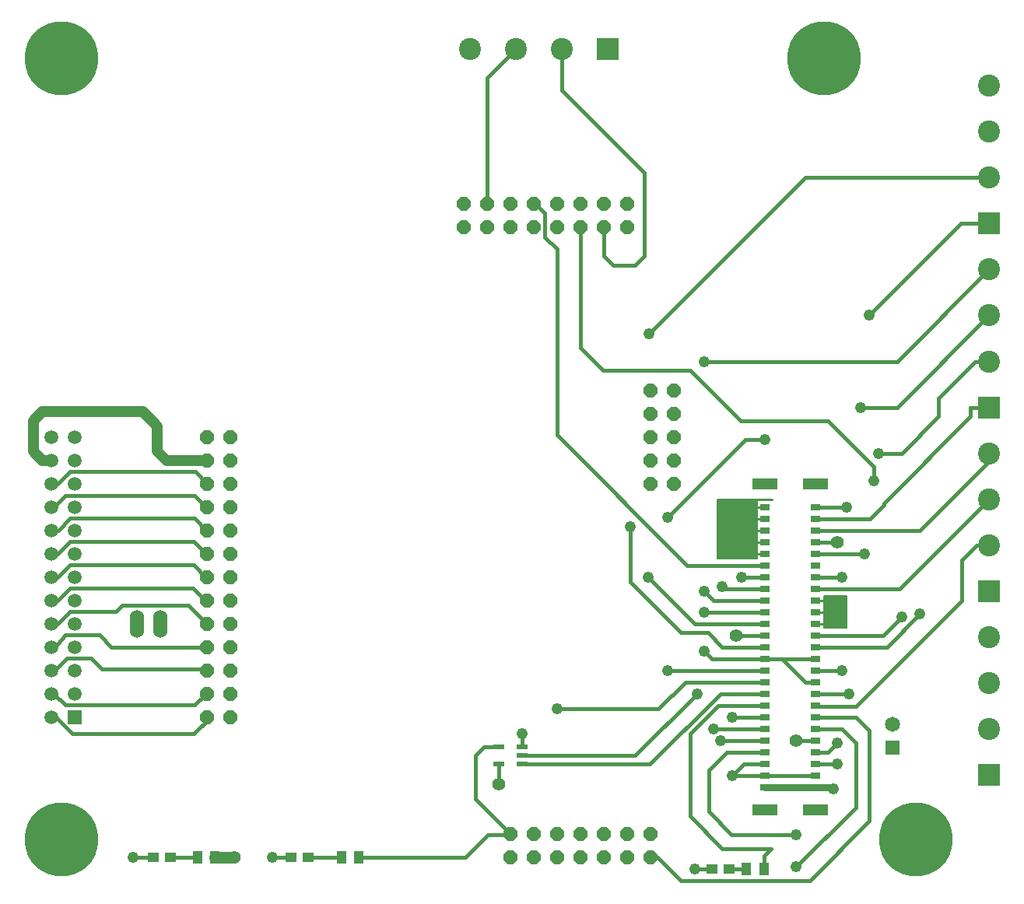
<source format=gtl>
G04 EasyPC Gerber Version 21.0.3 Build 4286 *
%FSLAX35Y35*%
%MOIN*%
%AMT117*0 Octagon Pad at angle 0*4,1,8,-0.01243,-0.03000,0.01243,-0.03000,0.03000,-0.01243,0.03000,0.01243,0.01243,0.03000,-0.01243,0.03000,-0.03000,0.01243,-0.03000,-0.01243,-0.01243,-0.03000,0*%
%ADD117T117*%
%ADD116O,0.06000X0.12000*%
%ADD26R,0.03937X0.05709*%
%ADD119R,0.05906X0.05906*%
%ADD24R,0.06496X0.06496*%
%ADD120R,0.09449X0.09449*%
%ADD13C,0.00500*%
%ADD14C,0.01000*%
%ADD73C,0.01500*%
%ADD15C,0.01575*%
%ADD76C,0.03150*%
%ADD123C,0.04724*%
%ADD72C,0.04800*%
%ADD122C,0.05000*%
%ADD121C,0.05600*%
%ADD74C,0.05906*%
%ADD25C,0.06496*%
%ADD20C,0.09449*%
%ADD118R,0.04921X0.01969*%
%ADD114R,0.04331X0.03150*%
%ADD28R,0.04724X0.04134*%
%ADD115R,0.10630X0.04724*%
%ADD113C,0.31496*%
X0Y0D02*
D02*
D13*
X309108Y173557D02*
Y147967D01*
X326008*
Y173075*
X332730*
Y173557*
X309108*
G36*
Y147967*
X326008*
Y173075*
X332730*
Y173557*
X309108*
G37*
X354492Y118439D02*
X364226D01*
Y132219*
X354492*
Y118439*
G36*
X364226*
Y132219*
X354492*
Y118439*
G37*
D02*
D14*
X311702Y152528D02*
X310287Y151114D01*
X311702Y155216D02*
X310287Y156630D01*
X311702Y160402D02*
X310287Y158988D01*
X311702Y163090D02*
X310287Y164504D01*
X311702Y168276D02*
X310287Y166862D01*
X311702Y170964D02*
X310287Y172378D01*
X314389Y152528D02*
X315803Y151114D01*
X314389Y155216D02*
X315803Y156630D01*
X314389Y160402D02*
X315803Y158988D01*
X314389Y163090D02*
X315803Y164504D01*
X314389Y168276D02*
X315803Y166862D01*
X314389Y170964D02*
X315803Y172378D01*
X327758Y150250D02*
X325758D01*
X327758Y155250D02*
X325758D01*
X327758Y160250D02*
X325758D01*
X327758Y165250D02*
X325758D01*
X327758Y170250D02*
X325758D01*
X352742Y120250D02*
X354742D01*
X352742Y125250D02*
X354742D01*
X352742Y130250D02*
X354742D01*
X358946Y121032D02*
X357531Y119618D01*
X358946Y123720D02*
X357531Y125134D01*
X358946Y126938D02*
X357531Y125524D01*
X358946Y129625D02*
X357531Y131039D01*
X361633Y121032D02*
X363047Y119618D01*
X361633Y123720D02*
X363047Y125134D01*
X361633Y126938D02*
X363047Y125524D01*
X361633Y129625D02*
X363047Y131039D01*
D02*
D15*
X215329Y59974D02*
Y51510D01*
X329423Y115250D02*
X316982D01*
X351077Y70250D02*
X342770D01*
X351077Y155250D02*
X360289D01*
D02*
D20*
X202809Y366470D03*
X222494D03*
X242179D03*
X425250Y75132D03*
Y94817D03*
Y114502D03*
Y153872D03*
Y173557D03*
Y193242D03*
Y232612D03*
Y252297D03*
Y271982D03*
Y311352D03*
Y331037D03*
Y350722D03*
D02*
D24*
X384108Y67179D03*
D02*
D25*
Y77179D03*
D02*
D26*
X86274Y20014D03*
X93754D03*
X147888D03*
X155368D03*
X321313Y15250D03*
X328793D03*
D02*
D28*
X67179Y20014D03*
X74659D03*
X126234D03*
X133715D03*
X306510Y15250D03*
X313990D03*
D02*
D72*
X58518Y20014D03*
X118163D03*
X225171Y73163D03*
X240250Y83715D03*
X271707Y161746D03*
X279423Y140093D03*
X279581Y244423D03*
X287455Y100250D03*
Y165683D03*
X299266Y15250D03*
X300250Y90250D03*
X303203Y125250D03*
Y134187D03*
Y232612D03*
X303400Y108518D03*
X307140Y75250D03*
X310250Y70250D03*
X311077Y136156D03*
X315250Y55250D03*
Y80250D03*
X319148Y140250D03*
X329423Y199148D03*
X342573Y29856D03*
X342770Y15998D03*
X358518Y49463D03*
X360289Y60250D03*
Y69226D03*
X362258Y100250D03*
Y140250D03*
X364423Y170250D03*
X365250Y90250D03*
X370132Y212927D03*
X372100Y150250D03*
X374069Y252297D03*
X376037Y181431D03*
X378006Y193242D03*
X387848Y123124D03*
X395722Y124344D03*
D02*
D73*
X23518Y80250D02*
X25644D01*
X32730Y73163*
X84699*
X91785Y80250*
X90250*
X23518Y90250D02*
X24699D01*
X29581Y85368*
X84974*
X89856Y90250*
X90250*
X23518Y120250D02*
X26274D01*
X31549Y125526*
X51234*
X53990Y128281*
X82219*
X90250Y120250*
X23518Y130250D02*
X26431D01*
X31549Y135368*
X84344*
X89463Y130250*
X90250*
X23518Y140250D02*
X26352D01*
X31549Y145447*
X84502*
X89699Y140250*
X90250*
X23518Y150250D02*
X26352D01*
X31549Y155447*
X84659*
X89856Y150250*
X90250*
X23518Y160250D02*
X26510D01*
X31549Y165289*
X84817*
X89856Y160250*
X90250*
X23518Y170250D02*
X24699D01*
X29581Y175132*
X84974*
X89856Y170250*
X90250*
X23518Y180250D02*
X26431D01*
X31549Y185368*
X85132*
X90250Y180250*
X67179Y20014D02*
X58518D01*
X74659D02*
X86274D01*
X90250Y100250D02*
Y100722D01*
X45329*
X40526Y105526*
X30132*
X24856Y100250*
X23518*
X90250Y110250D02*
X49187D01*
X44148Y115289*
X29581*
X24541Y109463*
X23518*
Y110250*
X90250Y200250D02*
X89502D01*
X126234Y20014D02*
X118163D01*
X133715D02*
X147888D01*
X155368D02*
X200841D01*
X210683Y29856*
X219856*
X220250Y30250*
X210250Y300250D02*
Y354226D01*
X222494Y366470*
X215329Y67455D02*
X208990D01*
X205250Y63715*
Y45250*
X220250Y30250*
X225171Y59974D02*
X279974D01*
X310250Y90250*
X329423*
X225171Y63715D02*
X273715D01*
X300250Y90250*
X225171Y67455D02*
Y73163D01*
X242179Y366470D02*
Y348754D01*
X277612Y313321*
Y277888*
X273675Y273951*
X264187*
X260250Y277888*
Y290250*
X279581Y244423D02*
X346510Y311352D01*
X425250*
X280250Y20250D02*
X283203D01*
X293360Y10093*
X348478*
X374069Y35683*
Y74344*
X368163Y80250*
X351077*
X287455Y100250D02*
X329423D01*
X303203Y125250D02*
X329423D01*
X303203Y232612D02*
X385880D01*
X425250Y271982*
X306510Y15250D02*
X299266D01*
X307140Y75250D02*
X329423D01*
X321313Y15250D02*
X313990D01*
X329423Y55250D02*
X315250D01*
X329423Y60250D02*
X320250D01*
X315250Y55250*
X329423Y65250D02*
X313006D01*
X305171Y57415*
Y39699*
X315014Y29856*
X342573*
X329423Y70250D02*
X310250D01*
X329423Y80250D02*
X315250D01*
X329423Y85250D02*
X309384D01*
X297297Y73163*
Y37730*
X311077Y23951*
X332022*
X328793Y20722*
Y15250*
X329423Y95250D02*
X295250D01*
X283715Y83715*
X240250*
X329423Y105250D02*
X306667D01*
X303400Y108518*
X329423Y105250D02*
X351077D01*
X329423Y110250D02*
X311077D01*
X304856Y116470*
X293360*
X271707Y138124*
Y161746*
X329423Y120250D02*
X299266D01*
X279423Y140093*
X329423Y130250D02*
X307140D01*
X303203Y134187*
X329423Y135250D02*
X311982D01*
X311077Y136156*
X329423Y140250D02*
X319148D01*
X329423Y145250D02*
X296077D01*
X240211Y201116*
Y280644*
X235093Y285762*
Y296195*
X231037Y300250*
X230250*
X329423Y199148D02*
X320919D01*
X287455Y165683*
X351077Y55250D02*
X329423D01*
X351077Y60250D02*
X360289D01*
X351077Y65250D02*
X356313D01*
X360289Y69226*
X351077Y75250D02*
X362140D01*
X368163Y69226*
Y41392*
X342770Y15998*
X351077Y85250D02*
Y84896D01*
X368360*
X413636Y130171*
Y147612*
X419896Y153872*
X425250*
X351077Y95250D02*
X346707D01*
X336707Y105250*
X329423*
X351077Y110250D02*
X381628D01*
X395722Y124344*
X351077Y135250D02*
X386943D01*
X425250Y173557*
X351077Y140250D02*
X362258D01*
X351077Y160250D02*
X395722D01*
X425250Y189778*
Y193242*
X351077Y170250D02*
X364423D01*
X362258Y100250D02*
X351077D01*
X365250Y90250D02*
X351077D01*
X372100Y150250D02*
X351077D01*
X376037Y181431D02*
Y187337D01*
X356352Y207022*
X318951*
X297297Y228675*
X259896*
X250250Y238321*
Y290250*
X387848Y123124D02*
X379974Y115250D01*
X351077*
X425250Y212927D02*
X417376D01*
Y208990*
X380171Y171785*
Y171156*
X374266Y165250*
X351077*
X425250Y232612D02*
X419344D01*
X403596Y216864*
Y208990*
X387848Y193242*
X378006*
X425250Y252297D02*
X385880Y212927D01*
X370132*
X425250Y291667D02*
X413439D01*
X374069Y252297*
D02*
D74*
X23518Y80250D03*
Y90250D03*
Y100250D03*
Y110250D03*
Y120250D03*
Y130250D03*
Y140250D03*
Y150250D03*
Y160250D03*
Y170250D03*
Y180250D03*
Y190250D03*
Y200250D03*
X33518Y90250D03*
Y100250D03*
Y110250D03*
Y120250D03*
Y130250D03*
Y140250D03*
Y150250D03*
Y160250D03*
Y170250D03*
Y180250D03*
Y190250D03*
Y200250D03*
D02*
D76*
X329423Y50250D02*
X351077D01*
X357730*
X358518Y49463*
D02*
D113*
X27809Y27809D03*
Y362455D03*
X354581D03*
X393951Y27809D03*
D02*
D114*
X329423Y50250D03*
Y55250D03*
Y60250D03*
Y65250D03*
Y70250D03*
Y75250D03*
Y80250D03*
Y85250D03*
Y90250D03*
Y95250D03*
Y100250D03*
Y105250D03*
Y110250D03*
Y115250D03*
Y120250D03*
Y125250D03*
Y130250D03*
Y135250D03*
Y140250D03*
Y145250D03*
Y150250D03*
Y155250D03*
Y160250D03*
Y165250D03*
Y170250D03*
X351077Y50250D03*
Y55250D03*
Y60250D03*
Y65250D03*
Y70250D03*
Y75250D03*
Y80250D03*
Y85250D03*
Y90250D03*
Y95250D03*
Y100250D03*
Y105250D03*
Y110250D03*
Y115250D03*
Y120250D03*
Y125250D03*
Y130250D03*
Y135250D03*
Y140250D03*
Y145250D03*
Y150250D03*
Y155250D03*
Y160250D03*
Y165250D03*
Y170250D03*
D02*
D115*
X329423Y40368D03*
Y180132D03*
X351077Y40368D03*
Y180132D03*
D02*
D116*
X60250Y120250D03*
X70250D03*
D02*
D117*
X90250Y80250D03*
Y90250D03*
Y100250D03*
Y110250D03*
Y120250D03*
Y130250D03*
Y140250D03*
Y150250D03*
Y160250D03*
Y170250D03*
Y180250D03*
Y190250D03*
Y200250D03*
X100250Y80250D03*
Y90250D03*
Y100250D03*
Y110250D03*
Y120250D03*
Y130250D03*
Y140250D03*
Y150250D03*
Y160250D03*
Y170250D03*
Y180250D03*
Y190250D03*
Y200250D03*
X200250Y290250D03*
Y300250D03*
X210250Y290250D03*
Y300250D03*
X220250Y20250D03*
Y30250D03*
Y290250D03*
Y300250D03*
X230250Y20250D03*
Y30250D03*
Y290250D03*
Y300250D03*
X240250Y20250D03*
Y30250D03*
Y290250D03*
Y300250D03*
X250250Y20250D03*
Y30250D03*
Y290250D03*
Y300250D03*
X260250Y20250D03*
Y30250D03*
Y290250D03*
Y300250D03*
X270250Y20250D03*
Y30250D03*
Y290250D03*
Y300250D03*
X280250Y20250D03*
Y30250D03*
Y180250D03*
Y190250D03*
Y200250D03*
Y210250D03*
Y220250D03*
X290250Y180250D03*
Y190250D03*
Y200250D03*
Y210250D03*
Y220250D03*
D02*
D118*
X215329Y59974D03*
Y67455D03*
X225171Y59974D03*
Y63715D03*
Y67455D03*
D02*
D119*
X33518Y80250D03*
D02*
D120*
X261864Y366470D03*
X425250Y55447D03*
Y134187D03*
Y212927D03*
Y291667D03*
D02*
D121*
X101825Y20014D03*
X215329Y51510D03*
X316982Y115250D03*
X342770Y70250D03*
X360289Y155250D03*
D02*
D122*
X93754Y20014D02*
X101825D01*
D02*
D123*
X23518Y190250D02*
X19738D01*
X15801Y194187*
Y207022*
X19738Y210959*
X63045*
X69108Y204896*
Y194187*
X73045Y190250*
X90250*
X0Y0D02*
M02*

</source>
